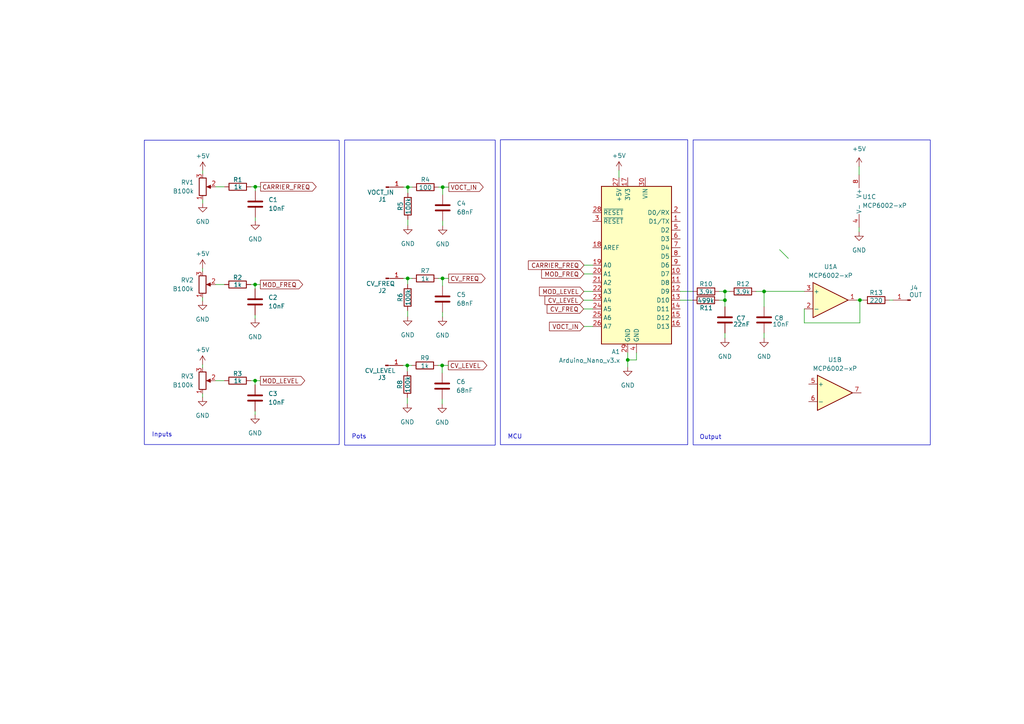
<source format=kicad_sch>
(kicad_sch (version 20230121) (generator eeschema)
  (paper "A4")
  (lib_symbols
    (symbol "Amplifier_Operational:MCP6002-xP" (pin_names (offset 0.127))
      (property "Reference" "U" (at 0 5.08 0))
      (property "Value" "MCP6002-xP" (at 0 -5.08 0))
      (symbol "MCP6002-xP_1_1"
        (polyline (pts (xy -5.08 5.08) (xy 5.08 0) (xy -5.08 -5.08) (xy -5.08 5.08)) (stroke (width 0.254)) (fill (type background)))
        (pin output line (at 7.62 0 180) (length 2.54) (name "~") (number "1"))
        (pin input line (at -7.62 -2.54 0) (length 2.54) (name "-") (number "2"))
        (pin input line (at -7.62 2.54 0) (length 2.54) (name "+") (number "3"))
      )
      (symbol "MCP6002-xP_2_1"
        (polyline (pts (xy -5.08 5.08) (xy 5.08 0) (xy -5.08 -5.08) (xy -5.08 5.08)) (stroke (width 0.254)) (fill (type background)))
        (pin input line (at -7.62 2.54 0) (length 2.54) (name "+") (number "5"))
        (pin input line (at -7.62 -2.54 0) (length 2.54) (name "-") (number "6"))
        (pin output line (at 7.62 0 180) (length 2.54) (name "~") (number "7"))
      )
      (symbol "MCP6002-xP_3_1"
        (pin power_in line (at -2.54 -7.62 90) (length 3.81) (name "V-") (number "4"))
        (pin power_in line (at -2.54 7.62 270) (length 3.81) (name "V+") (number "8"))
      )
    )
    (symbol "Connector:Conn_01x01_Pin" (pin_names (offset 1.016) hide)
      (property "Reference" "J" (at 0 2.54 0))
      (property "Value" "Conn_01x01_Pin" (at 0 -2.54 0))
      (symbol "Conn_01x01_Pin_1_1"
        (polyline (pts (xy 1.27 0) (xy 0.8636 0)) (stroke (width 0.1524)))
        (rectangle (start 0.8636 0.127) (end 0 -0.127) (stroke (width 0.1524)) (fill (type outline)))
        (pin passive line (at 5.08 0 180) (length 3.81) (name "Pin_1") (number "1"))
      )
    )
    (symbol "Device:C" (pin_numbers hide) (pin_names (offset 0.254))
      (property "Reference" "C" (at 0.635 2.54 0))
      (property "Value" "C" (at 0.635 -2.54 0))
      (symbol "C_0_1"
        (polyline (pts (xy -2.032 -0.762) (xy 2.032 -0.762)) (stroke (width 0.508)))
        (polyline (pts (xy -2.032 0.762) (xy 2.032 0.762)) (stroke (width 0.508)))
      )
      (symbol "C_1_1"
        (pin passive line (at 0 3.81 270) (length 2.794) (name "~") (number "1"))
        (pin passive line (at 0 -3.81 90) (length 2.794) (name "~") (number "2"))
      )
    )
    (symbol "Device:R" (pin_numbers hide) (pin_names (offset 0))
      (property "Reference" "R" (at 2.032 0 90))
      (property "Value" "R" (at 0 0 90))
      (symbol "R_0_1"
        (rectangle (start -1.016 -2.54) (end 1.016 2.54) (stroke (width 0.254)))
      )
      (symbol "R_1_1"
        (pin passive line (at 0 3.81 270) (length 1.27) (name "~") (number "1"))
        (pin passive line (at 0 -3.81 90) (length 1.27) (name "~") (number "2"))
      )
    )
    (symbol "Device:R_Potentiometer" (pin_names (offset 1.016) hide)
      (property "Reference" "RV" (at -4.445 0 90))
      (property "Value" "R_Potentiometer" (at -2.54 0 90))
      (symbol "R_Potentiometer_0_1"
        (polyline (pts (xy 2.54 0) (xy 1.524 0)))
        (polyline (pts (xy 1.143 0) (xy 2.286 0.508) (xy 2.286 -0.508) (xy 1.143 0)) (fill (type outline)))
        (rectangle (start 1.016 2.54) (end -1.016 -2.54) (stroke (width 0.254)))
      )
      (symbol "R_Potentiometer_1_1"
        (pin passive line (at 0 3.81 270) (length 1.27) (name "1") (number "1"))
        (pin passive line (at 3.81 0 180) (length 1.27) (name "2") (number "2"))
        (pin passive line (at 0 -3.81 90) (length 1.27) (name "3") (number "3"))
      )
    )
    (symbol "MCU_Module:Arduino_Nano_v3.x"
      (property "Reference" "A" (at -10.16 23.495 0))
      (property "Value" "Arduino_Nano_v3.x" (at 5.08 -24.13 0))
      (symbol "Arduino_Nano_v3.x_0_1"
        (rectangle (start -10.16 22.86) (end 10.16 -22.86) (stroke (width 0.254)) (fill (type background)))
      )
      (symbol "Arduino_Nano_v3.x_1_1"
        (pin bidirectional line (at -12.7 12.7 0) (length 2.54) (name "D1/TX") (number "1"))
        (pin bidirectional line (at -12.7 -2.54 0) (length 2.54) (name "D7") (number "10"))
        (pin bidirectional line (at -12.7 -5.08 0) (length 2.54) (name "D8") (number "11"))
        (pin bidirectional line (at -12.7 -7.62 0) (length 2.54) (name "D9") (number "12"))
        (pin bidirectional line (at -12.7 -10.16 0) (length 2.54) (name "D10") (number "13"))
        (pin bidirectional line (at -12.7 -12.7 0) (length 2.54) (name "D11") (number "14"))
        (pin bidirectional line (at -12.7 -15.24 0) (length 2.54) (name "D12") (number "15"))
        (pin bidirectional line (at -12.7 -17.78 0) (length 2.54) (name "D13") (number "16"))
        (pin power_out line (at 2.54 25.4 270) (length 2.54) (name "3V3") (number "17"))
        (pin input line (at 12.7 5.08 180) (length 2.54) (name "AREF") (number "18"))
        (pin bidirectional line (at 12.7 0 180) (length 2.54) (name "A0") (number "19"))
        (pin bidirectional line (at -12.7 15.24 0) (length 2.54) (name "D0/RX") (number "2"))
        (pin bidirectional line (at 12.7 -2.54 180) (length 2.54) (name "A1") (number "20"))
        (pin bidirectional line (at 12.7 -5.08 180) (length 2.54) (name "A2") (number "21"))
        (pin bidirectional line (at 12.7 -7.62 180) (length 2.54) (name "A3") (number "22"))
        (pin bidirectional line (at 12.7 -10.16 180) (length 2.54) (name "A4") (number "23"))
        (pin bidirectional line (at 12.7 -12.7 180) (length 2.54) (name "A5") (number "24"))
        (pin bidirectional line (at 12.7 -15.24 180) (length 2.54) (name "A6") (number "25"))
        (pin bidirectional line (at 12.7 -17.78 180) (length 2.54) (name "A7") (number "26"))
        (pin power_out line (at 5.08 25.4 270) (length 2.54) (name "+5V") (number "27"))
        (pin input line (at 12.7 15.24 180) (length 2.54) (name "~{RESET}") (number "28"))
        (pin power_in line (at 2.54 -25.4 90) (length 2.54) (name "GND") (number "29"))
        (pin input line (at 12.7 12.7 180) (length 2.54) (name "~{RESET}") (number "3"))
        (pin power_in line (at -2.54 25.4 270) (length 2.54) (name "VIN") (number "30"))
        (pin power_in line (at 0 -25.4 90) (length 2.54) (name "GND") (number "4"))
        (pin bidirectional line (at -12.7 10.16 0) (length 2.54) (name "D2") (number "5"))
        (pin bidirectional line (at -12.7 7.62 0) (length 2.54) (name "D3") (number "6"))
        (pin bidirectional line (at -12.7 5.08 0) (length 2.54) (name "D4") (number "7"))
        (pin bidirectional line (at -12.7 2.54 0) (length 2.54) (name "D5") (number "8"))
        (pin bidirectional line (at -12.7 0 0) (length 2.54) (name "D6") (number "9"))
      )
    )
    (symbol "power:+5V" (power) (pin_names (offset 0))
      (property "Value" "+5V" (at 0 3.556 0))
      (symbol "+5V_0_1"
        (polyline (pts (xy -0.762 1.27) (xy 0 2.54)))
        (polyline (pts (xy 0 0) (xy 0 2.54)))
        (polyline (pts (xy 0 2.54) (xy 0.762 1.27)))
      )
      (symbol "+5V_1_1"
        (pin power_in line (at 0 0 90) (length 0) hide (name "+5V") (number "1"))
      )
    )
    (symbol "power:GND" (power) (pin_names (offset 0))
      (property "Value" "GND" (at 0 -3.81 0))
      (symbol "GND_0_1"
        (polyline (pts (xy 0 0) (xy 0 -1.27) (xy 1.27 -1.27) (xy 0 -2.54) (xy -1.27 -1.27) (xy 0 -1.27)))
      )
      (symbol "GND_1_1"
        (pin power_in line (at 0 0 270) (length 0) hide (name "GND") (number "1"))
      )
    )
  )
  (junction (at 221.615 84.5312))
  (junction (at 210.2612 84.5312))
  (junction (at 74.041 54.1782))
  (junction (at 128.397 54.2798))
  (junction (at 118.1354 105.9942))
  (junction (at 210.2612 87.0712))
  (junction (at 118.2878 54.2798))
  (junction (at 118.237 80.7466))
  (junction (at 182.0672 104.394))
  (junction (at 249.4026 87.0458))
  (junction (at 128.3462 80.7466))
  (junction (at 73.9902 110.4138))
  (junction (at 73.9902 82.5246))
  (junction (at 128.2446 105.9942))
  (bus_entry (at 226.1108 72.4154) (size 2.54 2.54))
  (wire (pts (xy 210.2612 87.0712) (xy 208.534 87.0712)))
  (wire (pts (xy 128.397 54.2798) (xy 130.175 54.2798)))
  (wire (pts (xy 219.2782 84.5312) (xy 221.615 84.5312)))
  (wire (pts (xy 118.1354 115.3414) (xy 118.1354 117.0686)))
  (wire (pts (xy 118.1354 105.9942) (xy 119.4054 105.9942)))
  (wire (pts (xy 169.3926 76.9112) (xy 171.9072 76.9112)))
  (wire (pts (xy 197.3072 84.5312) (xy 200.9648 84.5312)))
  (wire (pts (xy 74.041 63.0174) (xy 74.041 64.0334)))
  (wire (pts (xy 169.2656 89.6112) (xy 171.9072 89.6112)))
  (wire (pts (xy 73.9902 110.4138) (xy 73.9902 111.633)))
  (wire (pts (xy 127.127 80.7466) (xy 128.3462 80.7466)))
  (wire (pts (xy 248.5136 87.0458) (xy 249.4026 87.0458)))
  (wire (pts (xy 221.615 84.5312) (xy 221.615 88.9762)))
  (wire (pts (xy 208.5848 84.5312) (xy 210.2612 84.5312)))
  (wire (pts (xy 74.041 54.1782) (xy 75.565 54.1782)))
  (wire (pts (xy 73.9902 82.5246) (xy 75.5142 82.5246)))
  (wire (pts (xy 72.7202 110.4138) (xy 73.9902 110.4138)))
  (wire (pts (xy 233.2736 93.6498) (xy 233.2736 89.5858)))
  (wire (pts (xy 197.3072 87.0712) (xy 200.914 87.0712)))
  (wire (pts (xy 118.237 80.7466) (xy 118.237 82.4738)))
  (wire (pts (xy 249.4026 87.0458) (xy 249.4026 93.6498)))
  (wire (pts (xy 128.3462 90.551) (xy 128.3462 91.9226)))
  (wire (pts (xy 233.2736 84.5058) (xy 221.615 84.5058)))
  (wire (pts (xy 128.2446 105.9942) (xy 128.2446 108.1786)))
  (wire (pts (xy 169.3418 84.5312) (xy 171.9072 84.5312)))
  (wire (pts (xy 169.2402 87.0712) (xy 171.9072 87.0712)))
  (wire (pts (xy 179.5272 49.4284) (xy 179.5272 51.5112)))
  (wire (pts (xy 72.771 54.1782) (xy 74.041 54.1782)))
  (wire (pts (xy 182.0672 102.3112) (xy 182.0672 104.394)))
  (wire (pts (xy 73.9902 119.253) (xy 73.9902 120.269)))
  (wire (pts (xy 128.3462 80.7466) (xy 130.1242 80.7466)))
  (wire (pts (xy 73.9902 91.3638) (xy 73.9902 92.3798)))
  (wire (pts (xy 210.2612 87.0712) (xy 210.2612 88.9762)))
  (wire (pts (xy 127.1778 54.2798) (xy 128.397 54.2798)))
  (wire (pts (xy 118.2878 54.2798) (xy 118.2878 56.007)))
  (wire (pts (xy 72.7202 82.5246) (xy 73.9902 82.5246)))
  (wire (pts (xy 62.611 54.1782) (xy 65.151 54.1782)))
  (wire (pts (xy 169.3672 79.4512) (xy 171.9072 79.4512)))
  (wire (pts (xy 184.6072 104.394) (xy 184.6072 102.3112)))
  (wire (pts (xy 182.0672 104.394) (xy 184.6072 104.394)))
  (wire (pts (xy 62.5602 110.4138) (xy 65.1002 110.4138)))
  (wire (pts (xy 118.2878 63.627) (xy 118.2878 65.3542)))
  (wire (pts (xy 58.7502 105.7402) (xy 58.7502 106.6038)))
  (wire (pts (xy 117.0178 54.2798) (xy 118.2878 54.2798)))
  (wire (pts (xy 58.7502 86.3346) (xy 58.7502 87.2998)))
  (wire (pts (xy 74.041 54.1782) (xy 74.041 55.3974)))
  (wire (pts (xy 128.2446 115.7986) (xy 128.2446 117.1702)))
  (wire (pts (xy 127.0254 105.9942) (xy 128.2446 105.9942)))
  (wire (pts (xy 169.3418 94.6912) (xy 171.9072 94.6912)))
  (wire (pts (xy 221.615 84.5058) (xy 221.615 84.5312)))
  (wire (pts (xy 118.237 90.0938) (xy 118.237 91.821)))
  (wire (pts (xy 116.967 80.7466) (xy 118.237 80.7466)))
  (wire (pts (xy 58.801 57.9882) (xy 58.801 58.9534)))
  (wire (pts (xy 128.3462 80.7466) (xy 128.3462 82.931)))
  (wire (pts (xy 116.8654 105.9942) (xy 118.1354 105.9942)))
  (wire (pts (xy 118.237 80.7466) (xy 119.507 80.7466)))
  (wire (pts (xy 210.2612 96.5962) (xy 210.2612 98.0694)))
  (wire (pts (xy 182.0672 104.394) (xy 182.0672 106.426)))
  (wire (pts (xy 249.174 65.9638) (xy 249.174 67.2338)))
  (wire (pts (xy 249.174 48.3108) (xy 249.174 50.7238)))
  (wire (pts (xy 58.7502 77.851) (xy 58.7502 78.7146)))
  (wire (pts (xy 118.1354 105.9942) (xy 118.1354 107.7214)))
  (wire (pts (xy 210.2612 84.5312) (xy 210.2612 87.0712)))
  (wire (pts (xy 62.5602 82.5246) (xy 65.1002 82.5246)))
  (wire (pts (xy 128.2446 105.9942) (xy 130.0226 105.9942)))
  (wire (pts (xy 58.7502 114.2238) (xy 58.7502 115.189)))
  (wire (pts (xy 58.801 49.5046) (xy 58.801 50.3682)))
  (wire (pts (xy 257.937 87.0458) (xy 259.0038 87.0458)))
  (wire (pts (xy 128.397 54.2798) (xy 128.397 56.4642)))
  (wire (pts (xy 210.2612 84.5312) (xy 211.6582 84.5312)))
  (wire (pts (xy 128.397 64.0842) (xy 128.397 65.4558)))
  (wire (pts (xy 73.9902 82.5246) (xy 73.9902 83.7438)))
  (wire (pts (xy 73.9902 110.4138) (xy 75.5142 110.4138)))
  (wire (pts (xy 249.4026 93.6498) (xy 233.2736 93.6498)))
  (wire (pts (xy 249.4026 87.0458) (xy 250.317 87.0458)))
  (wire (pts (xy 118.2878 54.2798) (xy 119.5578 54.2798)))
  (wire (pts (xy 221.615 98.0694) (xy 221.615 96.5962)))
  (rectangle (start 41.8592 40.6654) (end 98.3742 128.9304))
  (rectangle (start 99.949 40.6146) (end 143.637 129.1082))
  (rectangle (start 201.041 40.5892) (end 269.8242 129.032))
  (rectangle (start 145.1356 40.5384) (end 199.4662 128.9812))
  (text "Output" (at 202.8698 127.635 0) (effects (font (size 1.27 1.27)) (justify left bottom)))
  (text "Inputs" (at 43.9928 126.8984 0) (effects (font (size 1.27 1.27)) (justify left bottom)))
  (text "MCU" (at 147.2184 127.508 0) (effects (font (size 1.27 1.27)) (justify left bottom)))
  (text "Pots" (at 101.9556 127.4826 0) (effects (font (size 1.27 1.27)) (justify left bottom)))
  (global_label "VOCT_IN" (shape output) (at 130.175 54.2798 0) (property "Intersheetrefs" "${INTERSHEET_REFS}" (effects hide)))
  (global_label "MOD_LEVEL" (shape input) (at 169.3418 84.5312 180) (property "Intersheetrefs" "${INTERSHEET_REFS}" (effects hide)))
  (global_label "CV_LEVEL" (shape output) (at 130.0226 105.9942 0) (property "Intersheetrefs" "${INTERSHEET_REFS}" (effects hide)))
  (global_label "MOD_FREQ" (shape input) (at 169.3672 79.4512 180) (property "Intersheetrefs" "${INTERSHEET_REFS}" (effects hide)))
  (global_label "CV_LEVEL" (shape input) (at 169.2402 87.0712 180) (property "Intersheetrefs" "${INTERSHEET_REFS}" (effects hide)))
  (global_label "CARRIER_FREQ" (shape input) (at 169.3926 76.9112 180) (property "Intersheetrefs" "${INTERSHEET_REFS}" (effects hide)))
  (global_label "CV_FREQ" (shape output) (at 130.1242 80.7466 0) (property "Intersheetrefs" "${INTERSHEET_REFS}" (effects hide)))
  (global_label "MOD_FREQ" (shape output) (at 75.5142 82.5246 0) (property "Intersheetrefs" "${INTERSHEET_REFS}" (effects hide)))
  (global_label "MOD_LEVEL" (shape output) (at 75.5142 110.4138 0) (property "Intersheetrefs" "${INTERSHEET_REFS}" (effects hide)))
  (global_label "VOCT_IN" (shape input) (at 169.3418 94.6912 180) (property "Intersheetrefs" "${INTERSHEET_REFS}" (effects hide)))
  (global_label "CARRIER_FREQ" (shape output) (at 75.565 54.1782 0) (property "Intersheetrefs" "${INTERSHEET_REFS}" (effects hide)))
  (global_label "CV_FREQ" (shape input) (at 169.2656 89.6112 180) (property "Intersheetrefs" "${INTERSHEET_REFS}" (effects hide)))
  (symbol (lib_id "Device:R") (at 215.4682 84.5312 90) (unit 1)
    (property "Reference" "R12" (at 215.4682 82.3722 90))
    (property "Value" "3.9k" (at 215.4682 84.6582 90))
    (property "Footprint" "Resistor_THT:R_Axial_DIN0207_L6.3mm_D2.5mm_P10.16mm_Horizontal" (effects hide))
  )
  (symbol (lib_id "MCU_Module:Arduino_Nano_v3.x") (at 184.6072 76.9112 0) (mirror y) (unit 1)
    (property "Reference" "A1" (at 179.8731 102.0064 0) (effects (justify left)))
    (property "Value" "Arduino_Nano_v3.x" (at 179.8731 104.5464 0) (effects (justify left)))
    (property "Footprint" "Module:Arduino_Nano" (effects hide))
    (property "Datasheet" "http://www.mouser.com/pdfdocs/Gravitech_Arduino_Nano3_0.pdf" (effects hide))
  )
  (symbol (lib_id "Device:R") (at 68.9102 82.5246 90) (unit 1)
    (property "Reference" "R2" (at 68.9102 80.4926 90))
    (property "Value" "1k" (at 68.961 82.5754 90))
    (property "Footprint" "Resistor_THT:R_Axial_DIN0207_L6.3mm_D2.5mm_P10.16mm_Horizontal" (effects hide))
  )
  (symbol (lib_id "power:GND") (at 74.041 64.0334 0) (unit 1)
    (property "Reference" "#PWR03" (effects hide))
    (property "Value" "GND" (at 74.041 69.3674 0))
  )
  (symbol (lib_id "Device:C") (at 210.2612 92.7862 0) (unit 1)
    (property "Reference" "C7" (at 213.5378 92.329 0) (effects (justify left)))
    (property "Value" "22nF" (at 212.6488 94.0562 0) (effects (justify left)))
    (property "Footprint" "Capacitor_THT:C_Rect_L7.0mm_W2.0mm_P5.00mm" (effects hide))
  )
  (symbol (lib_id "Amplifier_Operational:MCP6002-xP") (at 242.1636 113.9444 0) (unit 2)
    (property "Reference" "U1" (at 242.1636 104.3432 0))
    (property "Value" "MCP6002-xP" (at 242.1636 106.8832 0))
    (property "Footprint" "Package_DIP:DIP-8_W7.62mm" (effects hide))
    (property "Datasheet" "http://ww1.microchip.com/downloads/en/DeviceDoc/21733j.pdf" (effects hide))
  )
  (symbol (lib_id "Device:R") (at 254.127 87.0458 90) (unit 1)
    (property "Reference" "R13" (at 254.127 84.8868 90))
    (property "Value" "220" (at 254.127 87.1728 90))
    (property "Footprint" "Resistor_THT:R_Axial_DIN0207_L6.3mm_D2.5mm_P10.16mm_Horizontal" (effects hide))
  )
  (symbol (lib_id "power:GND") (at 58.7502 115.189 0) (unit 1)
    (property "Reference" "#PWR08" (effects hide))
    (property "Value" "GND" (at 58.7502 120.523 0))
  )
  (symbol (lib_id "power:GND") (at 128.3462 91.9226 0) (unit 1)
    (property "Reference" "#PWR013" (effects hide))
    (property "Value" "GND" (at 128.3462 97.2566 0))
  )
  (symbol (lib_id "Connector:Conn_01x01_Pin") (at 111.7854 105.9942 0) (unit 1)
    (property "Reference" "J3" (at 110.7694 109.5502 0))
    (property "Value" "CV_LEVEL" (at 110.2614 107.5182 0))
    (property "Footprint" "Connector_Pin:Pin_D0.7mm_L6.5mm_W1.8mm_FlatFork" (effects hide))
  )
  (symbol (lib_id "power:GND") (at 210.2612 98.0694 0) (unit 1)
    (property "Reference" "#PWR016" (effects hide))
    (property "Value" "GND" (at 210.2612 103.4034 0))
  )
  (symbol (lib_id "power:GND") (at 73.9902 120.269 0) (unit 1)
    (property "Reference" "#PWR09" (effects hide))
    (property "Value" "GND" (at 73.9902 125.603 0))
  )
  (symbol (lib_id "power:GND") (at 58.801 58.9534 0) (unit 1)
    (property "Reference" "#PWR02" (effects hide))
    (property "Value" "GND" (at 58.801 64.2874 0))
  )
  (symbol (lib_id "power:GND") (at 221.615 98.0694 0) (unit 1)
    (property "Reference" "#PWR017" (effects hide))
    (property "Value" "GND" (at 221.615 103.4034 0))
  )
  (symbol (lib_id "Device:R_Potentiometer") (at 58.7502 110.4138 0) (mirror x) (unit 1)
    (property "Reference" "RV3" (at 56.2102 109.1438 0) (effects (justify right)))
    (property "Value" "B100k" (at 56.2102 111.6838 0) (effects (justify right)))
    (property "Footprint" "Potentiometer_THT:Potentiometer_Alpha_RD901F-40-00D_Single_Vertical" (effects hide))
  )
  (symbol (lib_id "power:GND") (at 73.9902 92.3798 0) (unit 1)
    (property "Reference" "#PWR06" (effects hide))
    (property "Value" "GND" (at 73.9902 97.7138 0))
  )
  (symbol (lib_id "power:GND") (at 128.2446 117.1702 0) (unit 1)
    (property "Reference" "#PWR015" (effects hide))
    (property "Value" "GND" (at 128.2446 122.5042 0))
  )
  (symbol (lib_id "Device:R") (at 123.317 80.7466 90) (unit 1)
    (property "Reference" "R7" (at 123.317 78.5876 90))
    (property "Value" "1k" (at 123.317 80.8736 90))
    (property "Footprint" "Resistor_THT:R_Axial_DIN0207_L6.3mm_D2.5mm_P10.16mm_Horizontal" (effects hide))
  )
  (symbol (lib_id "power:+5V") (at 58.7502 77.851 0) (unit 1)
    (property "Reference" "#PWR04" (effects hide))
    (property "Value" "+5V" (at 58.7502 73.5838 0))
  )
  (symbol (lib_id "Device:R") (at 123.3678 54.2798 90) (unit 1)
    (property "Reference" "R4" (at 123.3678 52.1208 90))
    (property "Value" "100" (at 123.3678 54.4068 90))
    (property "Footprint" "Resistor_THT:R_Axial_DIN0207_L6.3mm_D2.5mm_P10.16mm_Horizontal" (effects hide))
  )
  (symbol (lib_id "Device:C") (at 74.041 59.2074 0) (unit 1)
    (property "Reference" "C1" (at 77.851 57.9374 0) (effects (justify left)))
    (property "Value" "10nF" (at 77.851 60.4774 0) (effects (justify left)))
    (property "Footprint" "Capacitor_THT:C_Rect_L7.0mm_W2.0mm_P5.00mm" (effects hide))
  )
  (symbol (lib_id "Connector:Conn_01x01_Pin") (at 111.887 80.7466 0) (unit 1)
    (property "Reference" "J2" (at 110.871 84.3026 0))
    (property "Value" "CV_FREQ" (at 110.363 82.2706 0))
    (property "Footprint" "Connector_Pin:Pin_D0.7mm_L6.5mm_W1.8mm_FlatFork" (effects hide))
  )
  (symbol (lib_id "power:+5V") (at 58.7502 105.7402 0) (unit 1)
    (property "Reference" "#PWR07" (effects hide))
    (property "Value" "+5V" (at 58.7502 101.473 0))
  )
  (symbol (lib_id "Device:R") (at 68.9102 110.4138 90) (unit 1)
    (property "Reference" "R3" (at 68.9102 108.3818 90))
    (property "Value" "1k" (at 68.961 110.4646 90))
    (property "Footprint" "Resistor_THT:R_Axial_DIN0207_L6.3mm_D2.5mm_P10.16mm_Horizontal" (effects hide))
  )
  (symbol (lib_id "power:GND") (at 182.0672 106.426 0) (unit 1)
    (property "Reference" "#PWR019" (effects hide))
    (property "Value" "GND" (at 182.0672 111.76 0))
  )
  (symbol (lib_id "power:GND") (at 128.397 65.4558 0) (unit 1)
    (property "Reference" "#PWR011" (effects hide))
    (property "Value" "GND" (at 128.397 70.7898 0))
  )
  (symbol (lib_id "Device:C") (at 128.2446 111.9886 0) (unit 1)
    (property "Reference" "C6" (at 132.3086 110.7186 0) (effects (justify left)))
    (property "Value" "68nF" (at 132.3086 113.2586 0) (effects (justify left)))
    (property "Footprint" "Capacitor_THT:C_Rect_L7.0mm_W2.0mm_P5.00mm" (effects hide))
  )
  (symbol (lib_id "Connector:Conn_01x01_Pin") (at 111.9378 54.2798 0) (unit 1)
    (property "Reference" "J1" (at 110.9218 57.8358 0))
    (property "Value" "VOCT_IN" (at 110.4138 55.8038 0))
    (property "Footprint" "Connector_Pin:Pin_D0.7mm_L6.5mm_W1.8mm_FlatFork" (effects hide))
  )
  (symbol (lib_id "power:+5V") (at 249.174 48.3108 0) (unit 1)
    (property "Reference" "#PWR021" (effects hide))
    (property "Value" "+5V" (at 249.174 43.18 0))
  )
  (symbol (lib_id "power:GND") (at 58.7502 87.2998 0) (unit 1)
    (property "Reference" "#PWR05" (effects hide))
    (property "Value" "GND" (at 58.7502 92.6338 0))
  )
  (symbol (lib_id "Device:C") (at 128.397 60.2742 0) (unit 1)
    (property "Reference" "C4" (at 132.461 59.0042 0) (effects (justify left)))
    (property "Value" "68nF" (at 132.461 61.5442 0) (effects (justify left)))
    (property "Footprint" "Capacitor_THT:C_Rect_L7.0mm_W2.0mm_P5.00mm" (effects hide))
  )
  (symbol (lib_id "power:GND") (at 118.237 91.821 0) (unit 1)
    (property "Reference" "#PWR012" (effects hide))
    (property "Value" "GND" (at 118.237 97.155 0))
  )
  (symbol (lib_id "Amplifier_Operational:MCP6002-xP") (at 240.8936 87.0458 0) (unit 1)
    (property "Reference" "U1" (at 240.8936 77.3684 0))
    (property "Value" "MCP6002-xP" (at 240.8936 79.9084 0))
    (property "Footprint" "Package_DIP:DIP-8_W7.62mm" (effects hide))
    (property "Datasheet" "http://ww1.microchip.com/downloads/en/DeviceDoc/21733j.pdf" (effects hide))
  )
  (symbol (lib_id "Device:R") (at 204.724 87.0712 90) (unit 1)
    (property "Reference" "R11" (at 204.8256 89.3064 90))
    (property "Value" "499k" (at 204.724 87.1982 90))
    (property "Footprint" "Resistor_THT:R_Axial_DIN0207_L6.3mm_D2.5mm_P10.16mm_Horizontal" (effects hide))
  )
  (symbol (lib_id "Device:R_Potentiometer") (at 58.7502 82.5246 0) (mirror x) (unit 1)
    (property "Reference" "RV2" (at 56.2102 81.2546 0) (effects (justify right)))
    (property "Value" "B100k" (at 56.2102 83.7946 0) (effects (justify right)))
    (property "Footprint" "Potentiometer_THT:Potentiometer_Alpha_RD901F-40-00D_Single_Vertical" (effects hide))
  )
  (symbol (lib_id "Device:R_Potentiometer") (at 58.801 54.1782 0) (mirror x) (unit 1)
    (property "Reference" "RV1" (at 56.261 52.9082 0) (effects (justify right)))
    (property "Value" "B100k" (at 56.261 55.4482 0) (effects (justify right)))
    (property "Footprint" "Potentiometer_THT:Potentiometer_Alpha_RD901F-40-00D_Single_Vertical" (effects hide))
  )
  (symbol (lib_id "power:GND") (at 118.2878 65.3542 0) (unit 1)
    (property "Reference" "#PWR010" (effects hide))
    (property "Value" "GND" (at 118.2878 70.6882 0))
  )
  (symbol (lib_id "Device:C") (at 73.9902 87.5538 0) (unit 1)
    (property "Reference" "C2" (at 77.8002 86.2838 0) (effects (justify left)))
    (property "Value" "10nF" (at 77.8002 88.8238 0) (effects (justify left)))
    (property "Footprint" "Capacitor_THT:C_Rect_L7.0mm_W2.0mm_P5.00mm" (effects hide))
  )
  (symbol (lib_id "Device:R") (at 118.1354 111.5314 180) (unit 1)
    (property "Reference" "R8" (at 115.9764 111.5314 90))
    (property "Value" "100k" (at 118.2624 111.5314 90))
    (property "Footprint" "Resistor_THT:R_Axial_DIN0207_L6.3mm_D2.5mm_P10.16mm_Horizontal" (effects hide))
  )
  (symbol (lib_id "Device:C") (at 221.615 92.7862 0) (unit 1)
    (property "Reference" "C8" (at 224.5614 92.2528 0) (effects (justify left)))
    (property "Value" "10nF" (at 224.0534 94.0562 0) (effects (justify left)))
    (property "Footprint" "Capacitor_THT:C_Rect_L7.0mm_W2.0mm_P5.00mm" (effects hide))
  )
  (symbol (lib_id "power:+5V") (at 58.801 49.5046 0) (unit 1)
    (property "Reference" "#PWR01" (effects hide))
    (property "Value" "+5V" (at 58.801 45.2374 0))
  )
  (symbol (lib_id "Device:R") (at 204.7748 84.5312 90) (unit 1)
    (property "Reference" "R10" (at 204.7748 82.3722 90))
    (property "Value" "3.9k" (at 204.7748 84.6582 90))
    (property "Footprint" "Resistor_THT:R_Axial_DIN0207_L6.3mm_D2.5mm_P10.16mm_Horizontal" (effects hide))
  )
  (symbol (lib_id "Device:C") (at 128.3462 86.741 0) (unit 1)
    (property "Reference" "C5" (at 132.4102 85.471 0) (effects (justify left)))
    (property "Value" "68nF" (at 132.4102 88.011 0) (effects (justify left)))
    (property "Footprint" "Capacitor_THT:C_Rect_L7.0mm_W2.0mm_P5.00mm" (effects hide))
  )
  (symbol (lib_id "Device:R") (at 123.2154 105.9942 90) (unit 1)
    (property "Reference" "R9" (at 123.2154 103.8352 90))
    (property "Value" "1k" (at 123.2154 106.1212 90))
    (property "Footprint" "Resistor_THT:R_Axial_DIN0207_L6.3mm_D2.5mm_P10.16mm_Horizontal" (effects hide))
  )
  (symbol (lib_id "power:GND") (at 249.174 67.2338 0) (unit 1)
    (property "Reference" "#PWR020" (effects hide))
    (property "Value" "GND" (at 249.174 72.5678 0))
  )
  (symbol (lib_id "Device:R") (at 118.237 86.2838 180) (unit 1)
    (property "Reference" "R6" (at 116.078 86.2838 90))
    (property "Value" "100k" (at 118.364 86.2838 90))
    (property "Footprint" "Resistor_THT:R_Axial_DIN0207_L6.3mm_D2.5mm_P10.16mm_Horizontal" (effects hide))
  )
  (symbol (lib_id "Device:C") (at 73.9902 115.443 0) (unit 1)
    (property "Reference" "C3" (at 77.8002 114.173 0) (effects (justify left)))
    (property "Value" "10nF" (at 77.8002 116.713 0) (effects (justify left)))
    (property "Footprint" "Capacitor_THT:C_Rect_L7.0mm_W2.0mm_P5.00mm" (effects hide))
  )
  (symbol (lib_id "Device:R") (at 68.961 54.1782 90) (unit 1)
    (property "Reference" "R1" (at 68.961 52.1462 90))
    (property "Value" "1k" (at 69.0118 54.229 90))
    (property "Footprint" "Resistor_THT:R_Axial_DIN0207_L6.3mm_D2.5mm_P10.16mm_Horizontal" (effects hide))
  )
  (symbol (lib_id "power:+5V") (at 179.5272 49.4284 0) (unit 1)
    (property "Reference" "#PWR018" (effects hide))
    (property "Value" "+5V" (at 179.5272 45.1612 0))
  )
  (symbol (lib_id "power:GND") (at 118.1354 117.0686 0) (unit 1)
    (property "Reference" "#PWR014" (effects hide))
    (property "Value" "GND" (at 118.1354 122.4026 0))
  )
  (symbol (lib_id "Connector:Conn_01x01_Pin") (at 264.0838 87.0458 180) (unit 1)
    (property "Reference" "J4" (at 265.0998 83.4898 0))
    (property "Value" "OUT" (at 265.6078 85.5218 0))
    (property "Footprint" "Connector_Pin:Pin_D0.7mm_L6.5mm_W1.8mm_FlatFork" (effects hide))
  )
  (symbol (lib_id "Device:R") (at 118.2878 59.817 180) (unit 1)
    (property "Reference" "R5" (at 116.1288 59.817 90))
    (property "Value" "100k" (at 118.4148 59.817 90))
    (property "Footprint" "Resistor_THT:R_Axial_DIN0207_L6.3mm_D2.5mm_P10.16mm_Horizontal" (effects hide))
  )
  (symbol (lib_id "Amplifier_Operational:MCP6002-xP") (at 251.714 58.3438 0) (unit 3)
    (property "Reference" "U1" (at 250.1138 57.0738 0) (effects (justify left)))
    (property "Value" "MCP6002-xP" (at 250.1138 59.6138 0) (effects (justify left)))
    (property "Footprint" "Package_DIP:DIP-8_W7.62mm" (effects hide))
    (property "Datasheet" "http://ww1.microchip.com/downloads/en/DeviceDoc/21733j.pdf" (effects hide))
  )
)
</source>
